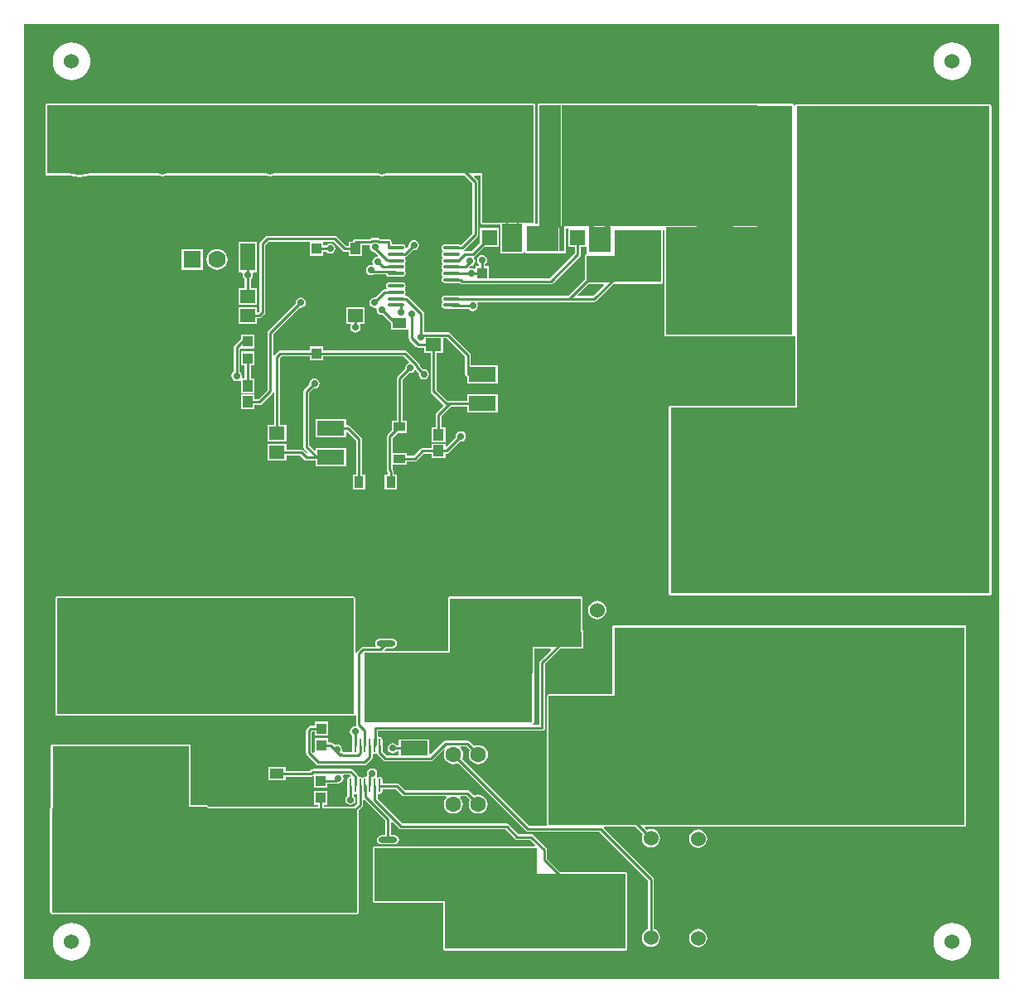
<source format=gtl>
G04 Layer_Physical_Order=1*
G04 Layer_Color=25308*
%FSLAX24Y24*%
%MOIN*%
G70*
G01*
G75*
%ADD10O,0.0669X0.0138*%
%ADD11R,0.1181X0.1654*%
%ADD12R,0.1260X0.0591*%
%ADD13R,0.1260X0.0591*%
%ADD14R,0.0400X0.0440*%
%ADD15R,0.0571X0.0413*%
%ADD16O,0.0748X0.0236*%
%ADD17R,0.1102X0.0591*%
%ADD18R,0.0480X0.0358*%
%ADD19R,0.0591X0.1102*%
%ADD20O,0.0098X0.0551*%
%ADD21R,0.1043X0.0512*%
%ADD22R,0.0413X0.0453*%
%ADD23R,0.0610X0.0532*%
%ADD24R,0.0358X0.0480*%
%ADD25C,0.0100*%
%ADD26R,1.4094X0.2776*%
%ADD27R,1.6722X0.5197*%
%ADD28R,0.5502X0.2648*%
%ADD29R,1.2274X0.4193*%
%ADD30R,0.7264X0.3041*%
%ADD31R,0.6526X0.2136*%
%ADD32R,0.3356X0.1073*%
%ADD33R,0.5285X0.1969*%
%ADD34R,0.6762X0.2795*%
%ADD35R,1.1929X0.4665*%
%ADD36R,1.8701X0.2756*%
%ADD37R,0.0787X0.1181*%
%ADD38R,0.2057X0.4724*%
%ADD39R,0.1307X0.1044*%
%ADD40R,0.0214X0.1046*%
%ADD41R,0.0896X0.4941*%
%ADD42R,0.3012X0.4892*%
%ADD43R,0.0905X0.1033*%
%ADD44R,0.4862X0.4892*%
%ADD45R,0.3671X0.4341*%
%ADD46R,0.1427X0.9222*%
%ADD47R,0.7766X0.9213*%
%ADD48R,0.7756X0.2923*%
%ADD49R,1.2844X0.7500*%
%ADD50R,0.1860X0.2116*%
%ADD51R,0.1132X0.1073*%
%ADD52R,1.7087X0.2008*%
%ADD53R,0.5118X1.4557*%
%ADD54R,1.7972X0.3543*%
%ADD55R,0.2894X1.1378*%
%ADD56C,0.1181*%
%ADD57R,0.0512X0.0512*%
%ADD58C,0.0512*%
%ADD59R,0.0512X0.0512*%
%ADD60C,0.1575*%
%ADD61C,0.0600*%
%ADD62C,0.0630*%
%ADD63R,0.0700X0.0700*%
%ADD64C,0.0700*%
%ADD65R,0.0591X0.0591*%
%ADD66C,0.0591*%
%ADD67R,0.0630X0.0630*%
%ADD68C,0.1500*%
%ADD69C,0.0660*%
%ADD70C,0.2362*%
%ADD71C,0.0197*%
%ADD72C,0.0276*%
G36*
X49144Y13454D02*
X9911D01*
Y51900D01*
X49144D01*
Y13454D01*
D02*
G37*
%LPC*%
G36*
X32959Y28677D02*
X32863Y28665D01*
X32774Y28628D01*
X32697Y28569D01*
X32638Y28492D01*
X32601Y28403D01*
X32589Y28307D01*
X32601Y28211D01*
X32638Y28122D01*
X32697Y28045D01*
X32774Y27987D01*
X32863Y27950D01*
X32959Y27937D01*
X33054Y27950D01*
X33144Y27987D01*
X33220Y28045D01*
X33279Y28122D01*
X33316Y28211D01*
X33329Y28307D01*
X33316Y28403D01*
X33279Y28492D01*
X33220Y28569D01*
X33144Y28628D01*
X33054Y28665D01*
X32959Y28677D01*
D02*
G37*
G36*
X32303Y28858D02*
X27018D01*
X26992Y28852D01*
X26969Y28838D01*
X26955Y28815D01*
X26949Y28789D01*
Y26821D01*
Y26663D01*
X24405D01*
X24385Y26709D01*
X24448Y26772D01*
X24724D01*
X24797Y26786D01*
X24858Y26827D01*
X24899Y26888D01*
X24913Y26961D01*
X24899Y27033D01*
X24858Y27094D01*
X24797Y27135D01*
X24724Y27149D01*
X24213D01*
X24140Y27135D01*
X24079Y27094D01*
X24038Y27033D01*
X24024Y26961D01*
X24038Y26888D01*
X24047Y26875D01*
X24024Y26831D01*
X23544D01*
X23498Y26822D01*
X23460Y26796D01*
X23292Y26628D01*
X23268Y26592D01*
X23264Y26591D01*
X23218Y26617D01*
Y28780D01*
X23213Y28806D01*
X23198Y28828D01*
X23176Y28843D01*
X23150Y28848D01*
X11220D01*
X11194Y28843D01*
X11172Y28828D01*
X11157Y28806D01*
X11152Y28780D01*
Y24114D01*
X11157Y24088D01*
X11172Y24066D01*
X11194Y24051D01*
X11220Y24046D01*
X23150D01*
X23176Y24051D01*
X23198Y24066D01*
X23207Y24079D01*
X23249Y24074D01*
X23257Y24071D01*
Y23691D01*
X23261Y23671D01*
X23222Y23628D01*
X23219Y23629D01*
X23139Y23613D01*
X23071Y23568D01*
X23026Y23500D01*
X23010Y23420D01*
X23026Y23340D01*
X23071Y23272D01*
X23099Y23253D01*
Y22864D01*
X23100Y22860D01*
Y22638D01*
X23059Y22589D01*
X22759D01*
X22750Y22599D01*
X22711Y22624D01*
X22710Y22625D01*
X22682Y22666D01*
X22689Y22700D01*
X22673Y22780D01*
X22628Y22848D01*
X22560Y22893D01*
X22480Y22909D01*
X22400Y22893D01*
X22380Y22880D01*
X22314Y22946D01*
X22276Y22972D01*
X22230Y22981D01*
X22117D01*
Y23148D01*
X21583D01*
Y22625D01*
Y22625D01*
Y22624D01*
Y22623D01*
X21534Y22574D01*
X21534Y22574D01*
X21515Y22574D01*
X21479Y22609D01*
Y23407D01*
X21489Y23417D01*
X21583D01*
Y23249D01*
X22117D01*
Y23823D01*
X21583D01*
Y23655D01*
X21440D01*
X21394Y23646D01*
X21356Y23620D01*
X21276Y23540D01*
X21250Y23502D01*
X21241Y23456D01*
Y22560D01*
X21250Y22514D01*
X21276Y22476D01*
X21652Y22100D01*
X21690Y22074D01*
X21736Y22065D01*
X23593D01*
X23639Y22074D01*
X23677Y22100D01*
X23893Y22316D01*
X23919Y22354D01*
X23928Y22400D01*
Y22494D01*
X23978Y22525D01*
X24006Y22519D01*
X24039Y22526D01*
X24093Y22514D01*
X24118Y22476D01*
X24348Y22246D01*
X24387Y22220D01*
X24433Y22211D01*
X26250D01*
X26296Y22220D01*
X26334Y22246D01*
X26811Y22722D01*
X26849Y22689D01*
X26844Y22683D01*
X26805Y22590D01*
X26792Y22490D01*
X26805Y22390D01*
X26844Y22298D01*
X26905Y22218D01*
X26985Y22157D01*
X27077Y22118D01*
X27177Y22105D01*
X27277Y22118D01*
X27350Y22148D01*
X30083Y19416D01*
X30122Y19390D01*
X30167Y19381D01*
X33041D01*
X34999Y17422D01*
Y15472D01*
X34933Y15445D01*
X34856Y15386D01*
X34798Y15309D01*
X34761Y15220D01*
X34748Y15124D01*
X34761Y15028D01*
X34798Y14939D01*
X34856Y14862D01*
X34933Y14804D01*
X35022Y14767D01*
X35118Y14754D01*
X35214Y14767D01*
X35303Y14804D01*
X35380Y14862D01*
X35439Y14939D01*
X35476Y15028D01*
X35488Y15124D01*
X35476Y15220D01*
X35439Y15309D01*
X35380Y15386D01*
X35303Y15445D01*
X35237Y15472D01*
Y17472D01*
X35228Y17517D01*
X35202Y17556D01*
X33221Y19537D01*
X33242Y19587D01*
X34486D01*
X34788Y19286D01*
X34761Y19220D01*
X34748Y19124D01*
X34761Y19028D01*
X34798Y18939D01*
X34856Y18862D01*
X34933Y18804D01*
X35022Y18767D01*
X35118Y18754D01*
X35214Y18767D01*
X35303Y18804D01*
X35380Y18862D01*
X35439Y18939D01*
X35476Y19028D01*
X35488Y19124D01*
X35476Y19220D01*
X35439Y19309D01*
X35380Y19386D01*
X35303Y19445D01*
X35214Y19482D01*
X35118Y19494D01*
X35022Y19482D01*
X34957Y19454D01*
X34870Y19541D01*
X34889Y19587D01*
X47736D01*
X47762Y19592D01*
X47784Y19607D01*
X47799Y19629D01*
X47804Y19656D01*
Y24852D01*
Y27628D01*
X47799Y27654D01*
X47784Y27676D01*
X47762Y27691D01*
X47736Y27696D01*
X33642D01*
X33616Y27691D01*
X33593Y27676D01*
X33579Y27654D01*
X33574Y27628D01*
Y24921D01*
X31014D01*
X30988Y24915D01*
X30966Y24901D01*
X30951Y24878D01*
X30946Y24852D01*
Y19656D01*
X30902Y19619D01*
X30217D01*
X27519Y22317D01*
X27549Y22390D01*
X27562Y22490D01*
X27549Y22590D01*
X27511Y22683D01*
X27451Y22761D01*
X27454Y22779D01*
X27464Y22811D01*
X27688D01*
X27835Y22663D01*
X27805Y22590D01*
X27792Y22490D01*
X27805Y22390D01*
X27844Y22298D01*
X27905Y22218D01*
X27985Y22157D01*
X28077Y22118D01*
X28177Y22105D01*
X28277Y22118D01*
X28370Y22157D01*
X28450Y22218D01*
X28511Y22298D01*
X28549Y22390D01*
X28562Y22490D01*
X28549Y22590D01*
X28511Y22683D01*
X28450Y22763D01*
X28370Y22824D01*
X28277Y22862D01*
X28177Y22875D01*
X28077Y22862D01*
X28004Y22832D01*
X27822Y23014D01*
X27783Y23040D01*
X27737Y23049D01*
X26850D01*
X26804Y23040D01*
X26766Y23014D01*
X26249Y22497D01*
X26199Y22518D01*
Y23108D01*
X24963D01*
Y22865D01*
X24897D01*
X24878Y22894D01*
X24810Y22939D01*
X24730Y22955D01*
X24650Y22939D01*
X24582Y22894D01*
X24537Y22826D01*
X24521Y22746D01*
X24537Y22666D01*
X24582Y22598D01*
X24650Y22553D01*
X24730Y22537D01*
X24810Y22553D01*
X24878Y22598D01*
X24897Y22627D01*
X24963D01*
Y22449D01*
X24482D01*
X24322Y22609D01*
Y22864D01*
X24321Y22868D01*
Y23091D01*
X24312Y23136D01*
X24286Y23174D01*
X24248Y23200D01*
X24203Y23209D01*
X24195Y23207D01*
X24145Y23247D01*
Y23444D01*
X30738D01*
X30784Y23453D01*
X30822Y23479D01*
X30848Y23517D01*
X30857Y23563D01*
Y26132D01*
X31478Y26753D01*
X32303D01*
X32329Y26758D01*
X32338Y26764D01*
X32380D01*
Y27488D01*
X32371D01*
Y28789D01*
X32366Y28815D01*
X32351Y28838D01*
X32329Y28852D01*
X32303Y28858D01*
D02*
G37*
G36*
X22862Y35992D02*
X21626D01*
Y35268D01*
X22862D01*
Y35448D01*
X22912Y35469D01*
X23253Y35129D01*
Y33772D01*
X23126D01*
Y33157D01*
X23618D01*
Y33772D01*
X23491D01*
Y35178D01*
X23482Y35224D01*
X23456Y35262D01*
X23004Y35714D01*
X22966Y35740D01*
X22920Y35749D01*
X22862D01*
Y35992D01*
D02*
G37*
G36*
X21580Y37629D02*
X21500Y37613D01*
X21432Y37568D01*
X21387Y37500D01*
X21371Y37420D01*
X21378Y37387D01*
X21176Y37184D01*
X21150Y37145D01*
X21141Y37100D01*
Y34869D01*
X21150Y34823D01*
X21176Y34785D01*
X21312Y34648D01*
X21295Y34594D01*
X21282Y34592D01*
X21134Y34740D01*
X21096Y34766D01*
X21050Y34775D01*
X20451D01*
Y34988D01*
X19707D01*
Y34323D01*
X20451D01*
Y34536D01*
X21001D01*
X21172Y34365D01*
X21211Y34339D01*
X21257Y34330D01*
X21626D01*
Y34087D01*
X22862D01*
Y34811D01*
X21626D01*
Y34737D01*
X21580Y34718D01*
X21379Y34918D01*
Y37050D01*
X21547Y37218D01*
X21580Y37211D01*
X21660Y37227D01*
X21728Y37272D01*
X21773Y37340D01*
X21789Y37420D01*
X21773Y37500D01*
X21728Y37568D01*
X21660Y37613D01*
X21580Y37629D01*
D02*
G37*
G36*
X19165Y39404D02*
X18631D01*
Y39220D01*
X18603Y39201D01*
X18366Y38964D01*
X18340Y38926D01*
X18331Y38880D01*
Y37897D01*
X18302Y37878D01*
X18257Y37810D01*
X18241Y37730D01*
X18257Y37650D01*
X18302Y37582D01*
X18370Y37537D01*
X18450Y37521D01*
X18530Y37537D01*
X18574Y37567D01*
X18624Y37540D01*
Y37039D01*
X19171D01*
Y37626D01*
X19017D01*
Y38155D01*
X19165D01*
Y38729D01*
X18631D01*
Y38155D01*
X18778D01*
Y37626D01*
X18682D01*
X18648Y37676D01*
X18659Y37730D01*
X18643Y37810D01*
X18598Y37878D01*
X18569Y37897D01*
Y38801D01*
X18586Y38813D01*
X18631Y38830D01*
Y38830D01*
X18631Y38830D01*
X19165D01*
Y39404D01*
D02*
G37*
G36*
X47244Y15720D02*
X47096Y15706D01*
X46953Y15662D01*
X46822Y15592D01*
X46707Y15498D01*
X46613Y15383D01*
X46542Y15251D01*
X46499Y15109D01*
X46485Y14961D01*
X46499Y14812D01*
X46542Y14670D01*
X46613Y14539D01*
X46707Y14424D01*
X46822Y14329D01*
X46953Y14259D01*
X47096Y14216D01*
X47244Y14201D01*
X47392Y14216D01*
X47535Y14259D01*
X47666Y14329D01*
X47781Y14424D01*
X47876Y14539D01*
X47946Y14670D01*
X47989Y14812D01*
X48004Y14961D01*
X47989Y15109D01*
X47946Y15251D01*
X47876Y15383D01*
X47781Y15498D01*
X47666Y15592D01*
X47535Y15662D01*
X47392Y15706D01*
X47244Y15720D01*
D02*
G37*
G36*
X11811D02*
X11663Y15706D01*
X11520Y15662D01*
X11389Y15592D01*
X11274Y15498D01*
X11179Y15383D01*
X11109Y15251D01*
X11066Y15109D01*
X11051Y14961D01*
X11066Y14812D01*
X11109Y14670D01*
X11179Y14539D01*
X11274Y14424D01*
X11389Y14329D01*
X11520Y14259D01*
X11663Y14216D01*
X11811Y14201D01*
X11959Y14216D01*
X12102Y14259D01*
X12233Y14329D01*
X12348Y14424D01*
X12443Y14539D01*
X12513Y14670D01*
X12556Y14812D01*
X12571Y14961D01*
X12556Y15109D01*
X12513Y15251D01*
X12443Y15383D01*
X12348Y15498D01*
X12233Y15592D01*
X12102Y15662D01*
X11959Y15706D01*
X11811Y15720D01*
D02*
G37*
G36*
X37018Y15478D02*
X36922Y15466D01*
X36833Y15429D01*
X36756Y15370D01*
X36697Y15293D01*
X36660Y15204D01*
X36648Y15108D01*
X36660Y15012D01*
X36697Y14923D01*
X36756Y14847D01*
X36833Y14788D01*
X36922Y14751D01*
X37018Y14738D01*
X37114Y14751D01*
X37203Y14788D01*
X37279Y14847D01*
X37338Y14923D01*
X37375Y15012D01*
X37388Y15108D01*
X37375Y15204D01*
X37338Y15293D01*
X37279Y15370D01*
X37203Y15429D01*
X37114Y15466D01*
X37018Y15478D01*
D02*
G37*
G36*
X16535Y22903D02*
X11033D01*
X11007Y22898D01*
X10985Y22883D01*
X10970Y22861D01*
X10965Y22835D01*
Y20382D01*
X10951Y20361D01*
X10946Y20335D01*
Y16142D01*
X10951Y16116D01*
X10966Y16093D01*
X10988Y16079D01*
X11014Y16073D01*
X23287D01*
X23314Y16079D01*
X23336Y16093D01*
X23350Y16116D01*
X23356Y16142D01*
Y20234D01*
X23500Y20378D01*
X23526Y20417D01*
X23535Y20463D01*
Y20655D01*
X23585Y20676D01*
X24418Y19842D01*
Y19256D01*
X24281D01*
X24209Y19241D01*
X24148Y19200D01*
X24107Y19139D01*
X24093Y19067D01*
X24107Y18995D01*
X24148Y18934D01*
X24209Y18893D01*
X24281Y18878D01*
X24793D01*
X24866Y18893D01*
X24927Y18934D01*
X24968Y18995D01*
X24982Y19067D01*
X24968Y19139D01*
X24927Y19200D01*
X24866Y19241D01*
X24793Y19256D01*
X24657D01*
Y19775D01*
X24703Y19794D01*
X24985Y19512D01*
X25004Y19499D01*
X25023Y19486D01*
X25023D01*
X25023Y19486D01*
X25058Y19479D01*
X25069Y19477D01*
X29271D01*
X29660Y19089D01*
X29698Y19063D01*
X29744Y19054D01*
X30256D01*
X30455Y18855D01*
X30436Y18808D01*
X24006D01*
X23980Y18803D01*
X23958Y18788D01*
X23943Y18766D01*
X23938Y18740D01*
Y16604D01*
X23943Y16578D01*
X23958Y16556D01*
X23980Y16541D01*
X24006Y16536D01*
X26762D01*
Y14665D01*
X26768Y14639D01*
X26782Y14617D01*
X26805Y14602D01*
X26831Y14597D01*
X34094D01*
X34121Y14602D01*
X34143Y14617D01*
X34158Y14639D01*
X34163Y14665D01*
Y17707D01*
X34158Y17733D01*
X34143Y17755D01*
X34121Y17770D01*
X34094Y17775D01*
X31468D01*
X30936Y18307D01*
Y18661D01*
X30927Y18707D01*
X30901Y18746D01*
X30389Y19258D01*
X30351Y19283D01*
X30305Y19292D01*
X29793D01*
X29405Y19681D01*
X29366Y19707D01*
X29321Y19716D01*
X25118D01*
X24125Y20709D01*
Y20880D01*
X24175Y20911D01*
X24203Y20905D01*
X24248Y20914D01*
X24286Y20940D01*
X24312Y20978D01*
X24321Y21024D01*
Y21101D01*
X24851D01*
X25096Y20856D01*
X25134Y20830D01*
X25180Y20821D01*
X26879D01*
X26888Y20796D01*
X26892Y20771D01*
X26834Y20695D01*
X26795Y20602D01*
X26782Y20502D01*
X26795Y20402D01*
X26834Y20309D01*
X26895Y20230D01*
X26975Y20168D01*
X27068Y20130D01*
X27167Y20117D01*
X27267Y20130D01*
X27360Y20168D01*
X27440Y20230D01*
X27501Y20309D01*
X27539Y20402D01*
X27552Y20502D01*
X27539Y20602D01*
X27501Y20695D01*
X27442Y20771D01*
X27447Y20796D01*
X27455Y20821D01*
X27680D01*
X27826Y20675D01*
X27795Y20602D01*
X27782Y20502D01*
X27795Y20402D01*
X27834Y20309D01*
X27895Y20230D01*
X27975Y20168D01*
X28068Y20130D01*
X28167Y20117D01*
X28267Y20130D01*
X28360Y20168D01*
X28440Y20230D01*
X28501Y20309D01*
X28539Y20402D01*
X28552Y20502D01*
X28539Y20602D01*
X28501Y20695D01*
X28440Y20774D01*
X28360Y20836D01*
X28267Y20874D01*
X28167Y20887D01*
X28068Y20874D01*
X27994Y20844D01*
X27814Y21024D01*
X27775Y21050D01*
X27729Y21059D01*
X25229D01*
X24984Y21304D01*
X24946Y21330D01*
X24900Y21339D01*
X24321D01*
Y21476D01*
X24312Y21522D01*
X24286Y21560D01*
X24248Y21586D01*
X24203Y21595D01*
X24157Y21586D01*
X24140Y21574D01*
X24136Y21573D01*
X24106Y21591D01*
X24093Y21650D01*
X24109Y21730D01*
X24093Y21810D01*
X24048Y21878D01*
X23980Y21923D01*
X23900Y21939D01*
X23820Y21923D01*
X23752Y21878D01*
X23707Y21810D01*
X23691Y21730D01*
X23700Y21686D01*
X23699Y21685D01*
X23690Y21639D01*
Y21620D01*
X23640Y21589D01*
X23612Y21595D01*
X23567Y21586D01*
X23550Y21574D01*
X23514Y21564D01*
X23478Y21574D01*
X23461Y21586D01*
X23415Y21595D01*
X23388Y21589D01*
X23346Y21613D01*
X23337Y21624D01*
X23329Y21663D01*
X23303Y21702D01*
X23124Y21881D01*
X23086Y21906D01*
X23040Y21915D01*
X21526D01*
X21481Y21906D01*
X21442Y21881D01*
X21403Y21842D01*
X20421D01*
Y21996D01*
X19717D01*
Y21449D01*
X20421D01*
Y21603D01*
X21452D01*
X21498Y21612D01*
X21524Y21629D01*
X21574Y21610D01*
Y21143D01*
X22107D01*
Y21311D01*
X22430D01*
X22475Y21320D01*
X22504Y21339D01*
X22540Y21331D01*
X22620Y21347D01*
X22688Y21392D01*
X22733Y21460D01*
X22749Y21540D01*
X22733Y21620D01*
X22724Y21633D01*
X22748Y21677D01*
X22991D01*
X23025Y21643D01*
X23025Y21636D01*
X23005Y21592D01*
X22976Y21586D01*
X22938Y21560D01*
X22912Y21522D01*
X22903Y21476D01*
Y21024D01*
X22912Y20978D01*
X22912Y20978D01*
Y20836D01*
X22884Y20817D01*
X22839Y20749D01*
X22823Y20669D01*
X22839Y20589D01*
X22884Y20522D01*
X22952Y20476D01*
X23031Y20461D01*
X23111Y20476D01*
X23179Y20522D01*
X23224Y20589D01*
X23240Y20669D01*
X23224Y20749D01*
X23179Y20817D01*
X23161Y20829D01*
X23161Y20881D01*
X23201Y20909D01*
X23219Y20905D01*
X23246Y20911D01*
X23296Y20880D01*
Y20512D01*
X23187Y20403D01*
X21960D01*
Y20468D01*
X22107D01*
Y21042D01*
X21574D01*
Y20468D01*
X21721D01*
Y20403D01*
X17322D01*
X17304Y20429D01*
X17266Y20455D01*
X17220Y20464D01*
X16604D01*
Y22835D01*
X16598Y22861D01*
X16584Y22883D01*
X16562Y22898D01*
X16535Y22903D01*
D02*
G37*
G36*
X37018Y19478D02*
X36922Y19466D01*
X36833Y19429D01*
X36756Y19370D01*
X36697Y19293D01*
X36660Y19204D01*
X36648Y19108D01*
X36660Y19012D01*
X36697Y18923D01*
X36756Y18847D01*
X36833Y18788D01*
X36922Y18751D01*
X37018Y18738D01*
X37114Y18751D01*
X37203Y18788D01*
X37279Y18847D01*
X37338Y18923D01*
X37375Y19012D01*
X37388Y19108D01*
X37375Y19204D01*
X37338Y19293D01*
X37279Y19370D01*
X37203Y19429D01*
X37114Y19466D01*
X37018Y19478D01*
D02*
G37*
G36*
X23600Y40500D02*
X22856D01*
Y39835D01*
X23025D01*
X23052Y39785D01*
X23035Y39760D01*
X23020Y39680D01*
X23035Y39600D01*
X23081Y39532D01*
X23148Y39487D01*
X23228Y39471D01*
X23308Y39487D01*
X23376Y39532D01*
X23421Y39600D01*
X23437Y39680D01*
X23421Y39760D01*
X23405Y39785D01*
X23431Y39835D01*
X23600D01*
Y40500D01*
D02*
G37*
G36*
X17663Y42838D02*
X17555Y42824D01*
X17453Y42782D01*
X17366Y42715D01*
X17299Y42628D01*
X17257Y42526D01*
X17243Y42417D01*
X17257Y42308D01*
X17299Y42207D01*
X17366Y42120D01*
X17453Y42053D01*
X17555Y42011D01*
X17663Y41997D01*
X17772Y42011D01*
X17874Y42053D01*
X17961Y42120D01*
X18028Y42207D01*
X18070Y42308D01*
X18084Y42417D01*
X18070Y42526D01*
X18028Y42628D01*
X17961Y42715D01*
X17874Y42782D01*
X17772Y42824D01*
X17663Y42838D01*
D02*
G37*
G36*
X39390Y48690D02*
X30620D01*
X30594Y48685D01*
X30572Y48670D01*
X30557Y48648D01*
X30552Y48622D01*
Y43846D01*
X30502Y43840D01*
X30494Y43847D01*
X30470Y43888D01*
X30472Y43898D01*
Y48622D01*
X30467Y48648D01*
X30452Y48670D01*
X30430Y48685D01*
X30404Y48690D01*
X10827D01*
X10801Y48685D01*
X10779Y48670D01*
X10764Y48648D01*
X10759Y48622D01*
Y45866D01*
X10764Y45840D01*
X10779Y45818D01*
X10801Y45803D01*
X10827Y45798D01*
X11738D01*
X11739Y45798D01*
X11930Y45752D01*
X12126Y45736D01*
X12322Y45752D01*
X12513Y45798D01*
X12514Y45798D01*
X15312D01*
X15349Y45783D01*
X15453Y45769D01*
X15556Y45783D01*
X15593Y45798D01*
X19643D01*
X19680Y45783D01*
X19783Y45769D01*
X19887Y45783D01*
X19924Y45798D01*
X24170D01*
X24207Y45783D01*
X24311Y45769D01*
X24415Y45783D01*
X24452Y45798D01*
X27624D01*
X27941Y45481D01*
Y43473D01*
X27471Y43003D01*
X27428D01*
X27415Y43012D01*
X27362Y43022D01*
X26831D01*
X26778Y43012D01*
X26733Y42982D01*
X26703Y42937D01*
X26692Y42884D01*
X26703Y42831D01*
X26733Y42786D01*
Y42726D01*
X26703Y42681D01*
X26692Y42628D01*
X26703Y42575D01*
X26733Y42530D01*
Y42470D01*
X26703Y42425D01*
X26692Y42372D01*
X26703Y42319D01*
X26733Y42274D01*
Y42214D01*
X26703Y42169D01*
X26692Y42116D01*
X26703Y42063D01*
X26733Y42018D01*
Y41958D01*
X26703Y41913D01*
X26692Y41860D01*
X26703Y41807D01*
X26733Y41762D01*
Y41702D01*
X26703Y41657D01*
X26692Y41604D01*
X26703Y41551D01*
X26733Y41506D01*
X26778Y41476D01*
X26831Y41466D01*
X27362D01*
X27415Y41476D01*
X27424Y41482D01*
X27454Y41452D01*
X27493Y41426D01*
X27539Y41417D01*
X31096D01*
X31141Y41426D01*
X31180Y41452D01*
X32256Y42527D01*
X32281Y42566D01*
X32290Y42611D01*
Y42925D01*
X32526D01*
Y42724D01*
X32531Y42698D01*
X32539Y42687D01*
X32539Y42678D01*
X32531Y42650D01*
X32520Y42633D01*
X32513Y42632D01*
X32491Y42617D01*
X32476Y42595D01*
X32471Y42569D01*
Y41630D01*
X31797Y40956D01*
X27428D01*
X27415Y40965D01*
X27362Y40975D01*
X26831D01*
X26778Y40965D01*
X26733Y40935D01*
X26703Y40890D01*
X26692Y40837D01*
X26703Y40784D01*
X26733Y40739D01*
Y40679D01*
X26703Y40634D01*
X26692Y40581D01*
X26703Y40528D01*
X26733Y40483D01*
X26778Y40453D01*
X26831Y40442D01*
X27079D01*
X27080Y40441D01*
X27126Y40432D01*
X27786D01*
X27805Y40404D01*
X27873Y40358D01*
X27953Y40342D01*
X28033Y40358D01*
X28100Y40404D01*
X28146Y40471D01*
X28161Y40551D01*
X28146Y40631D01*
X28127Y40659D01*
X28154Y40709D01*
X32846D01*
X32891Y40718D01*
X32930Y40744D01*
X33614Y41428D01*
X33671D01*
X33697Y41433D01*
X33704Y41438D01*
X35522D01*
X35548Y41443D01*
X35570Y41458D01*
X35585Y41480D01*
X35590Y41506D01*
Y43582D01*
X35640Y43615D01*
X35650Y43611D01*
Y39390D01*
X35655Y39364D01*
X35670Y39342D01*
X35692Y39327D01*
X35719Y39322D01*
X40817D01*
X40843Y39327D01*
X40865Y39342D01*
X40915Y39329D01*
X40926Y39317D01*
Y36535D01*
X35906D01*
X35879Y36530D01*
X35857Y36515D01*
X35842Y36493D01*
X35837Y36467D01*
Y28967D01*
X35842Y28940D01*
X35857Y28918D01*
X35879Y28903D01*
X35906Y28898D01*
X48750D01*
X48776Y28903D01*
X48798Y28918D01*
X48813Y28940D01*
X48818Y28967D01*
Y36467D01*
Y39390D01*
Y48602D01*
X48813Y48628D01*
X48798Y48651D01*
X48776Y48665D01*
X48750Y48671D01*
X40984D01*
X40958Y48665D01*
X40936Y48651D01*
X40930Y48642D01*
X40903Y48640D01*
X40881Y48642D01*
X40876Y48644D01*
X40865Y48660D01*
X40843Y48675D01*
X40817Y48680D01*
X39423D01*
X39416Y48685D01*
X39390Y48690D01*
D02*
G37*
G36*
X22400Y43369D02*
X19680D01*
X19634Y43360D01*
X19596Y43334D01*
X19396Y43134D01*
X19370Y43096D01*
X19361Y43050D01*
Y40337D01*
X19320Y40296D01*
X19270Y40308D01*
Y40500D01*
X18526D01*
Y39835D01*
X19270D01*
Y40048D01*
X19360D01*
X19406Y40057D01*
X19444Y40083D01*
X19564Y40203D01*
X19590Y40242D01*
X19599Y40287D01*
Y43001D01*
X19729Y43131D01*
X21387D01*
Y42570D01*
X21920D01*
Y42738D01*
X22053D01*
X22072Y42709D01*
X22140Y42664D01*
X22220Y42648D01*
X22300Y42664D01*
X22368Y42709D01*
X22413Y42777D01*
X22429Y42857D01*
X22413Y42937D01*
X22368Y43005D01*
X22300Y43050D01*
X22220Y43066D01*
X22140Y43050D01*
X22072Y43005D01*
X22053Y42976D01*
X21920D01*
Y43131D01*
X22351D01*
X22721Y42760D01*
X22760Y42734D01*
X22806Y42725D01*
X22955D01*
Y42551D01*
X23502D01*
Y42991D01*
X23783D01*
X23815Y42952D01*
X23807Y42913D01*
X23823Y42834D01*
X23868Y42766D01*
X23936Y42721D01*
X24016Y42705D01*
X24017Y42705D01*
X24145Y42576D01*
X24120Y42530D01*
X24114Y42532D01*
X24034Y42516D01*
X23967Y42470D01*
X23921Y42403D01*
X23905Y42323D01*
X23921Y42243D01*
X23928Y42233D01*
X23898Y42188D01*
X23859Y42196D01*
X23780Y42180D01*
X23712Y42135D01*
X23667Y42067D01*
X23651Y41987D01*
X23667Y41907D01*
X23712Y41839D01*
X23780Y41794D01*
X23859Y41778D01*
X23939Y41794D01*
X23965Y41811D01*
X24458D01*
X24459Y41807D01*
X24489Y41762D01*
X24534Y41732D01*
X24587Y41722D01*
X25118D01*
X25171Y41732D01*
X25216Y41762D01*
X25246Y41807D01*
X25257Y41860D01*
X25246Y41913D01*
X25216Y41958D01*
Y42018D01*
X25246Y42063D01*
X25257Y42116D01*
X25246Y42169D01*
X25216Y42214D01*
Y42274D01*
X25246Y42319D01*
X25257Y42372D01*
X25246Y42425D01*
X25222Y42461D01*
X25222Y42461D01*
X25232Y42497D01*
X25241Y42513D01*
X25264Y42518D01*
X25302Y42544D01*
X25547Y42788D01*
X25580Y42781D01*
X25660Y42797D01*
X25728Y42842D01*
X25773Y42910D01*
X25789Y42990D01*
X25773Y43070D01*
X25728Y43138D01*
X25660Y43183D01*
X25580Y43199D01*
X25500Y43183D01*
X25432Y43138D01*
X25387Y43070D01*
X25371Y42990D01*
X25378Y42957D01*
X25304Y42883D01*
X25302Y42883D01*
X25253Y42902D01*
X25246Y42937D01*
X25216Y42982D01*
X25171Y43012D01*
X25118Y43022D01*
X24684D01*
Y43110D01*
X24675Y43156D01*
X24649Y43195D01*
X24610Y43220D01*
X24565Y43229D01*
X24229D01*
X24206Y43252D01*
X24167Y43278D01*
X24121Y43287D01*
X23910D01*
X23865Y43278D01*
X23826Y43252D01*
X23803Y43229D01*
X23228D01*
X23183Y43220D01*
X23144Y43195D01*
X23118Y43156D01*
X23115Y43138D01*
X22955D01*
Y42964D01*
X22855D01*
X22484Y43334D01*
X22446Y43360D01*
X22400Y43369D01*
D02*
G37*
G36*
X17080Y42834D02*
X16246D01*
Y42000D01*
X17080D01*
Y42834D01*
D02*
G37*
G36*
X11811Y51153D02*
X11663Y51139D01*
X11520Y51095D01*
X11389Y51025D01*
X11274Y50931D01*
X11179Y50816D01*
X11109Y50684D01*
X11066Y50542D01*
X11051Y50394D01*
X11066Y50246D01*
X11109Y50103D01*
X11179Y49972D01*
X11274Y49857D01*
X11389Y49762D01*
X11520Y49692D01*
X11663Y49649D01*
X11811Y49634D01*
X11959Y49649D01*
X12102Y49692D01*
X12233Y49762D01*
X12348Y49857D01*
X12443Y49972D01*
X12513Y50103D01*
X12556Y50246D01*
X12571Y50394D01*
X12556Y50542D01*
X12513Y50684D01*
X12443Y50816D01*
X12348Y50931D01*
X12233Y51025D01*
X12102Y51095D01*
X11959Y51139D01*
X11811Y51153D01*
D02*
G37*
G36*
X19260Y43138D02*
X18535D01*
Y41902D01*
X18666D01*
X18702Y41852D01*
X18691Y41800D01*
X18707Y41720D01*
X18752Y41652D01*
X18778Y41635D01*
Y41268D01*
X18526D01*
Y40602D01*
X19270D01*
Y41268D01*
X19017D01*
Y41632D01*
X19048Y41652D01*
X19093Y41720D01*
X19109Y41800D01*
X19098Y41852D01*
X19134Y41902D01*
X19260D01*
Y43138D01*
D02*
G37*
G36*
X21030Y40889D02*
X20950Y40873D01*
X20882Y40828D01*
X20837Y40760D01*
X20821Y40680D01*
X20828Y40647D01*
X19726Y39544D01*
X19700Y39506D01*
X19691Y39460D01*
Y37169D01*
X19324Y36802D01*
X19171D01*
Y36976D01*
X18624D01*
Y36390D01*
X19171D01*
Y36564D01*
X19373D01*
X19419Y36573D01*
X19457Y36599D01*
X19894Y37036D01*
X19910Y37058D01*
X19960Y37043D01*
Y35756D01*
X19707D01*
Y35091D01*
X20451D01*
Y35756D01*
X20198D01*
Y38458D01*
X20259Y38520D01*
X21387D01*
Y38352D01*
X21920D01*
Y38520D01*
X25172D01*
X25388Y38303D01*
X25374Y38256D01*
X25360Y38253D01*
X25292Y38208D01*
X25247Y38140D01*
X25231Y38060D01*
X25238Y38027D01*
X24916Y37704D01*
X24890Y37666D01*
X24881Y37620D01*
Y35929D01*
X24693D01*
Y35545D01*
X24516Y35367D01*
X24490Y35329D01*
X24481Y35283D01*
Y33950D01*
X24490Y33904D01*
X24516Y33866D01*
X24540Y33841D01*
Y33772D01*
X24413D01*
Y33157D01*
X24906D01*
Y33772D01*
X24779D01*
Y33891D01*
X24770Y33936D01*
X24744Y33975D01*
X24719Y33999D01*
Y34150D01*
X25307D01*
Y34276D01*
X25620D01*
X25666Y34286D01*
X25704Y34311D01*
X25988Y34595D01*
X26301D01*
Y34421D01*
X26848D01*
Y34595D01*
X26885D01*
X26930Y34604D01*
X26969Y34630D01*
X27437Y35098D01*
X27470Y35091D01*
X27550Y35107D01*
X27618Y35152D01*
X27663Y35220D01*
X27679Y35300D01*
X27663Y35380D01*
X27618Y35448D01*
X27550Y35493D01*
X27470Y35509D01*
X27390Y35493D01*
X27322Y35448D01*
X27277Y35380D01*
X27261Y35300D01*
X27268Y35267D01*
X26895Y34893D01*
X26848Y34912D01*
Y35008D01*
X26301D01*
Y34834D01*
X25939D01*
X25893Y34825D01*
X25855Y34799D01*
X25571Y34515D01*
X25307D01*
Y34642D01*
X24719D01*
Y35234D01*
X24923Y35437D01*
X25307D01*
Y35929D01*
X25119D01*
Y37571D01*
X25407Y37858D01*
X25440Y37851D01*
X25520Y37867D01*
X25588Y37912D01*
X25610Y37946D01*
X25660Y37951D01*
X25782Y37829D01*
X25776Y37795D01*
X25791Y37715D01*
X25837Y37648D01*
X25904Y37602D01*
X25984Y37587D01*
X26064Y37602D01*
X26132Y37648D01*
X26177Y37715D01*
X26193Y37795D01*
X26177Y37875D01*
X26132Y37943D01*
X26064Y37988D01*
X25984Y38004D01*
X25951Y37997D01*
X25814Y38134D01*
Y38166D01*
X25805Y38211D01*
X25779Y38250D01*
X25305Y38723D01*
X25267Y38749D01*
X25221Y38758D01*
X21920D01*
Y38926D01*
X21387D01*
Y38758D01*
X20210D01*
X20164Y38749D01*
X20126Y38723D01*
X19994Y38592D01*
X19979Y38569D01*
X19929Y38584D01*
Y39411D01*
X20997Y40478D01*
X21030Y40471D01*
X21110Y40487D01*
X21178Y40532D01*
X21223Y40600D01*
X21239Y40680D01*
X21223Y40760D01*
X21178Y40828D01*
X21110Y40873D01*
X21030Y40889D01*
D02*
G37*
G36*
X47244Y51153D02*
X47096Y51139D01*
X46953Y51095D01*
X46822Y51025D01*
X46707Y50931D01*
X46613Y50816D01*
X46542Y50684D01*
X46499Y50542D01*
X46485Y50394D01*
X46499Y50246D01*
X46542Y50103D01*
X46613Y49972D01*
X46707Y49857D01*
X46822Y49762D01*
X46953Y49692D01*
X47096Y49649D01*
X47244Y49634D01*
X47392Y49649D01*
X47535Y49692D01*
X47666Y49762D01*
X47781Y49857D01*
X47876Y49972D01*
X47946Y50103D01*
X47989Y50246D01*
X48004Y50394D01*
X47989Y50542D01*
X47946Y50684D01*
X47876Y50816D01*
X47781Y50931D01*
X47666Y51025D01*
X47535Y51095D01*
X47392Y51139D01*
X47244Y51153D01*
D02*
G37*
G36*
X25118Y41487D02*
X24587D01*
X24534Y41476D01*
X24489Y41446D01*
X24459Y41401D01*
X24448Y41348D01*
X24459Y41295D01*
X24481Y41262D01*
X24467Y41223D01*
X24459Y41212D01*
X24413D01*
X24367Y41203D01*
X24328Y41177D01*
X24033Y40882D01*
X24000Y40889D01*
X23920Y40873D01*
X23852Y40828D01*
X23807Y40760D01*
X23791Y40680D01*
X23807Y40600D01*
X23852Y40532D01*
X23920Y40487D01*
X24000Y40471D01*
X24038Y40479D01*
X24080Y40436D01*
X24071Y40390D01*
X24087Y40310D01*
X24132Y40242D01*
X24200Y40197D01*
X24280Y40181D01*
X24313Y40188D01*
X24648Y39854D01*
Y39579D01*
X25352D01*
X25371Y39536D01*
Y39256D01*
X25380Y39211D01*
X25406Y39172D01*
X25676Y38902D01*
X25714Y38876D01*
X25760Y38867D01*
X26006D01*
Y38654D01*
X26259D01*
Y37116D01*
X26268Y37071D01*
X26294Y37032D01*
X26786Y36540D01*
X26490Y36244D01*
X26465Y36206D01*
X26456Y36160D01*
Y35657D01*
X26301D01*
Y35071D01*
X26848D01*
Y35657D01*
X26694D01*
Y36111D01*
X27078Y36495D01*
X27728D01*
Y36252D01*
X28965D01*
Y36976D01*
X27728D01*
Y36733D01*
X26929D01*
X26497Y37166D01*
Y38654D01*
X26750D01*
Y39251D01*
X26901D01*
X27641Y38511D01*
Y37795D01*
X27650Y37750D01*
X27676Y37711D01*
X27714Y37685D01*
X27728Y37682D01*
Y37433D01*
X28965D01*
Y38157D01*
X27879D01*
Y38560D01*
X27870Y38606D01*
X27844Y38644D01*
X27034Y39454D01*
X26996Y39480D01*
X26950Y39489D01*
X25989D01*
Y40227D01*
X25980Y40272D01*
X25954Y40311D01*
X25344Y40921D01*
X25306Y40947D01*
X25260Y40956D01*
X25246D01*
X25237Y40967D01*
X25224Y41006D01*
X25246Y41040D01*
X25257Y41093D01*
X25246Y41146D01*
X25216Y41190D01*
Y41251D01*
X25246Y41295D01*
X25257Y41348D01*
X25246Y41401D01*
X25216Y41446D01*
X25171Y41476D01*
X25118Y41487D01*
D02*
G37*
%LPD*%
G36*
X33231Y41382D02*
X32796Y40947D01*
X32191D01*
X32172Y40994D01*
X32606Y41428D01*
X33212D01*
X33231Y41382D01*
D02*
G37*
G36*
X28278Y43898D02*
X28283Y43872D01*
X28298Y43849D01*
X28320Y43835D01*
X28346Y43829D01*
X29066D01*
Y42717D01*
X29071Y42690D01*
X29086Y42668D01*
X29108Y42653D01*
X29134Y42648D01*
X29921D01*
X29947Y42653D01*
X29970Y42668D01*
X29984Y42690D01*
X29990Y42717D01*
X30038Y42714D01*
X30041Y42699D01*
X30056Y42677D01*
X30078Y42662D01*
X30104Y42657D01*
X31401D01*
X31411Y42655D01*
X31625D01*
X31651Y42660D01*
X31673Y42675D01*
X31688Y42697D01*
X31693Y42723D01*
Y43662D01*
X31789D01*
Y42925D01*
X32052D01*
Y42661D01*
X31046Y41655D01*
X28594D01*
Y42160D01*
X28446D01*
Y42223D01*
X28474Y42242D01*
X28520Y42310D01*
X28536Y42390D01*
X28520Y42470D01*
X28474Y42538D01*
X28407Y42583D01*
X28327Y42599D01*
X28247Y42583D01*
X28179Y42538D01*
X28134Y42470D01*
X28118Y42390D01*
X28134Y42310D01*
X28179Y42242D01*
X28208Y42223D01*
Y42160D01*
X28060D01*
Y42066D01*
X28010Y42040D01*
X27990Y42053D01*
X27910Y42069D01*
X27830Y42053D01*
X27818Y42045D01*
X27787Y42084D01*
X27855Y42152D01*
X27922Y42165D01*
X27989Y42211D01*
X28035Y42278D01*
X28050Y42358D01*
X28035Y42438D01*
X28010Y42475D01*
X28002Y42518D01*
X28023Y42539D01*
X28039Y42550D01*
X28415Y42925D01*
X29010D01*
Y43689D01*
X28246D01*
Y43094D01*
X27905Y42753D01*
X27631D01*
X27622Y42751D01*
X27603Y42798D01*
X27604Y42800D01*
X28144Y43340D01*
X28170Y43378D01*
X28179Y43424D01*
Y45530D01*
X28170Y45576D01*
X28144Y45614D01*
X28007Y45752D01*
X28026Y45798D01*
X28278D01*
Y43898D01*
D02*
G37*
G36*
X31095Y26706D02*
X30654Y26265D01*
Y26265D01*
X30654D01*
X30628Y26227D01*
X30619Y26181D01*
Y26181D01*
Y23682D01*
X30366D01*
X30361Y23732D01*
X30380Y23736D01*
X30403Y23751D01*
X30417Y23773D01*
X30423Y23799D01*
Y25700D01*
X30437Y25722D01*
X30442Y25748D01*
Y26753D01*
X31076D01*
X31095Y26706D01*
D02*
G37*
D10*
X27096Y40581D02*
D03*
Y40837D02*
D03*
Y41093D02*
D03*
Y41348D02*
D03*
Y41604D02*
D03*
Y41860D02*
D03*
Y42116D02*
D03*
Y42372D02*
D03*
Y42628D02*
D03*
Y42884D02*
D03*
X24852Y40581D02*
D03*
Y40837D02*
D03*
Y41093D02*
D03*
Y41348D02*
D03*
Y41604D02*
D03*
Y41860D02*
D03*
Y42116D02*
D03*
Y42372D02*
D03*
Y42628D02*
D03*
Y42884D02*
D03*
D11*
X25974Y41732D02*
D03*
D12*
X31693Y19980D02*
D03*
X31683Y27126D02*
D03*
D13*
X31693Y17382D02*
D03*
X31683Y24528D02*
D03*
D14*
X21850Y22861D02*
D03*
Y23536D02*
D03*
X21841Y20755D02*
D03*
Y21430D02*
D03*
X21654Y42182D02*
D03*
Y42857D02*
D03*
X28327Y41198D02*
D03*
Y41873D02*
D03*
X21654Y39314D02*
D03*
Y38639D02*
D03*
X18898Y38442D02*
D03*
Y39117D02*
D03*
D15*
X20069Y21722D02*
D03*
Y22293D02*
D03*
X25000Y39281D02*
D03*
Y39852D02*
D03*
D16*
X24537Y17567D02*
D03*
Y18067D02*
D03*
Y18567D02*
D03*
Y19067D02*
D03*
X22687Y17567D02*
D03*
Y18067D02*
D03*
Y18567D02*
D03*
Y19067D02*
D03*
X24469Y25461D02*
D03*
Y25961D02*
D03*
Y26461D02*
D03*
Y26961D02*
D03*
X22618Y25461D02*
D03*
Y25961D02*
D03*
Y26461D02*
D03*
Y26961D02*
D03*
D17*
X22244Y35630D02*
D03*
Y34449D02*
D03*
X25581Y22746D02*
D03*
Y21565D02*
D03*
X28346Y37795D02*
D03*
Y36614D02*
D03*
D18*
X25000Y35683D02*
D03*
Y34396D02*
D03*
D19*
X18898Y42520D02*
D03*
X20079D02*
D03*
D20*
X22825Y21250D02*
D03*
X23022D02*
D03*
X23219D02*
D03*
X23415D02*
D03*
X23612D02*
D03*
X23809D02*
D03*
X24006D02*
D03*
X24203D02*
D03*
X22825Y22864D02*
D03*
X23022D02*
D03*
X23219D02*
D03*
X23415D02*
D03*
X23612D02*
D03*
X23809D02*
D03*
X24006D02*
D03*
X24203D02*
D03*
D21*
X33858Y41841D02*
D03*
Y40049D02*
D03*
D22*
X23228Y42844D02*
D03*
Y42195D02*
D03*
X18898Y37333D02*
D03*
Y36683D02*
D03*
X26575Y34715D02*
D03*
Y35364D02*
D03*
D23*
X26378Y39754D02*
D03*
Y38986D02*
D03*
X23228Y40935D02*
D03*
Y40167D02*
D03*
X18898Y40935D02*
D03*
Y40167D02*
D03*
X20079Y34656D02*
D03*
Y35423D02*
D03*
D24*
X23372Y33465D02*
D03*
X24659D02*
D03*
D25*
X27395Y42372D02*
Y42442D01*
X23228Y43110D02*
X23852D01*
X24565Y42884D02*
Y43110D01*
X32709Y41700D02*
X32850Y41841D01*
X31846Y40837D02*
X32709Y41700D01*
X22230Y22861D02*
X22436Y22656D01*
X22622Y22470D01*
X24203Y21220D02*
X24900D01*
X27909Y41861D02*
X27920Y41873D01*
X27908Y41860D02*
X27909Y41861D01*
X25060Y40290D02*
Y40581D01*
X25870Y39370D02*
X26950D01*
X27760Y37795D02*
Y38560D01*
X26378Y42323D02*
Y44281D01*
Y41929D02*
Y42323D01*
Y41732D02*
Y41929D01*
Y41535D02*
Y41732D01*
Y41348D02*
Y41535D01*
X26368Y41732D02*
Y41929D01*
Y41535D02*
Y41732D01*
X25974Y41929D02*
X26368D01*
X26270Y41437D02*
X26368Y41535D01*
X26181Y41348D02*
X26270Y41437D01*
X26740Y41056D02*
X27096D01*
X25974Y41348D02*
X26181D01*
X25581Y41142D02*
X25974D01*
X32648Y40049D02*
X33858D01*
X29879D02*
X32648D01*
X26378Y41142D02*
Y41348D01*
Y39754D02*
Y41142D01*
X24815Y41567D02*
X24815Y41567D01*
X24778Y41604D02*
X24815Y41567D01*
X23190Y40935D02*
Y42182D01*
X19840Y21093D02*
X22825D01*
X20059Y22063D02*
X21120Y22017D01*
X19660Y22080D02*
X20059Y22063D01*
X26280Y46171D02*
X27419D01*
X25472D02*
X26280D01*
X18898Y41800D02*
Y41802D01*
Y40935D02*
Y41800D01*
X27650Y42116D02*
X27842Y42308D01*
Y42358D01*
X27096Y42116D02*
X27650D01*
X27096Y41860D02*
X27908D01*
X27910D01*
X27539Y41536D02*
X31096D01*
X27470Y41604D02*
X27539Y41536D01*
X27439Y42442D02*
X27631Y42634D01*
X27955D01*
X27395Y42442D02*
X27439D01*
X27955Y42634D02*
X28628Y43307D01*
X24782Y41930D02*
X24852Y41860D01*
X23916Y41930D02*
X24782D01*
X23859Y41987D02*
X23916Y41930D01*
X24016Y42874D02*
X24491Y42399D01*
X24179Y43110D02*
X24565D01*
X24121Y43168D02*
X24179Y43110D01*
X23910Y43168D02*
X24121D01*
X23852Y43110D02*
X23910Y43168D01*
X24016Y42874D02*
Y42913D01*
X24565Y42884D02*
X24852D01*
X23228Y42844D02*
Y43110D01*
X24114Y42323D02*
X24321Y42116D01*
X24852D01*
X23031Y20669D02*
Y21240D01*
Y20079D02*
X23415Y20463D01*
X21841Y20167D02*
Y20755D01*
X23415Y20463D02*
Y21250D01*
X25581Y21565D02*
X26565D01*
X26740Y40362D02*
X27338Y39764D01*
X26612Y40490D02*
X26740Y40362D01*
X24778Y41604D02*
X24852D01*
X23520D02*
X24778D01*
X24741Y41641D02*
X24778Y41604D01*
X23190Y42182D02*
X23216D01*
X21654D02*
X23190D01*
X23782Y41641D02*
X24741D01*
X24491Y42399D02*
X24825D01*
X24852Y42372D01*
X23228Y42195D02*
X23782Y41641D01*
X27126Y40551D02*
X27953D01*
X27338Y39764D02*
X33546D01*
X25695Y38085D02*
X25984Y37795D01*
X25695Y38085D02*
Y38166D01*
X25221Y38639D02*
X25695Y38166D01*
X21654Y38639D02*
X25221D01*
X21260Y37100D02*
X21580Y37420D01*
X21260Y34869D02*
Y37100D01*
Y34869D02*
X21680Y34449D01*
X22244D01*
X21257D02*
X21680D01*
X27029Y36614D02*
X28346D01*
X26880D02*
X27029D01*
X25870Y39370D02*
Y40227D01*
Y39280D02*
Y39370D01*
X26368Y41929D02*
Y42323D01*
Y41348D02*
Y41535D01*
Y41142D02*
Y41348D01*
X26720D02*
X27096D01*
X26378D02*
X26720D01*
X26368D02*
X26378D01*
X26181D02*
X26368D01*
X25974Y41142D02*
X26181Y41348D01*
X25974Y41732D02*
Y41929D01*
Y41535D02*
Y41732D01*
Y41348D02*
Y41535D01*
X26680Y40362D02*
X26740D01*
X22825Y23345D02*
Y23605D01*
Y22864D02*
Y23345D01*
X22290Y23880D02*
X22550D01*
X22825Y23345D02*
X23022Y23148D01*
X22290Y23880D02*
X22825Y23345D01*
X21120Y23880D02*
X22290D01*
X20160D02*
X21120D01*
X19660Y22080D02*
Y23380D01*
X27096Y41604D02*
X27470D01*
X31096Y41536D02*
X32171Y42611D01*
Y43307D01*
X21850Y22861D02*
X22230D01*
X23325Y22470D02*
X23415Y22560D01*
Y22864D01*
X22710Y22470D02*
X23325D01*
X22666Y22514D02*
X22710Y22470D01*
X22622D02*
X22666Y22514D01*
X22436Y22656D02*
X22480Y22700D01*
X21280Y25461D02*
X22618D01*
X21654Y42857D02*
X22220D01*
X24852Y40581D02*
X25060D01*
X18898Y36683D02*
X19373D01*
X19810Y37120D01*
Y39460D01*
X21030Y40680D01*
X24000D02*
X24413Y41093D01*
X24852D01*
X25260Y40837D02*
X25870Y40227D01*
X26950Y39370D02*
X27760Y38560D01*
Y37795D02*
X28346D01*
X24770Y21565D02*
X25581D01*
X24318Y22017D02*
X24770Y21565D01*
X21120Y22017D02*
X24318D01*
X19660Y21273D02*
Y22080D01*
X23022Y22864D02*
Y23148D01*
X19660Y23380D02*
X20160Y23880D01*
X19660Y21273D02*
X19840Y21093D01*
X22825D02*
Y21250D01*
X36160Y28307D02*
X36959D01*
X34557Y29910D02*
X36160Y28307D01*
X34557Y29910D02*
Y31004D01*
X28327Y41198D02*
X28730D01*
X18898Y41802D02*
X18900Y41800D01*
X31693Y19980D02*
X34262D01*
X35118Y19124D01*
X42805Y39290D02*
Y41929D01*
X26885Y34715D02*
X27470Y35300D01*
X26575Y34715D02*
X26885D01*
X24280Y40390D02*
X24818Y39852D01*
X25000D01*
X23228Y39680D02*
Y40167D01*
X24659Y33465D02*
Y33891D01*
X24600Y33950D02*
X24659Y33891D01*
X24600Y33950D02*
Y35283D01*
X25000Y35683D01*
Y37620D01*
X25440Y38060D01*
X20069Y21722D02*
X21452D01*
X21526Y21796D01*
X23040D01*
X23219Y21618D01*
Y21250D02*
Y21618D01*
X21841Y21430D02*
X22430D01*
X22540Y21540D01*
X23809Y21639D02*
X23900Y21730D01*
X23809Y21250D02*
Y21639D01*
X21440Y23536D02*
X21850D01*
X21360Y23456D02*
X21440Y23536D01*
X21360Y22560D02*
Y23456D01*
Y22560D02*
X21736Y22184D01*
X23593D01*
X23809Y22400D01*
Y22864D01*
X22550Y23880D02*
X22825Y23605D01*
X20680Y23440D02*
X21120Y23880D01*
X20680Y22493D02*
Y23440D01*
X20480Y22293D02*
X20680Y22493D01*
X20069Y22293D02*
X20480D01*
X23219Y22864D02*
Y23420D01*
X24730Y22746D02*
X25581D01*
X27177Y22490D02*
X30167Y19500D01*
X33090D01*
X35118Y17472D01*
Y15124D02*
Y17472D01*
X27096Y42372D02*
X27395D01*
X18687Y39117D02*
X18898D01*
X18450Y38880D02*
X18687Y39117D01*
X18450Y37730D02*
Y38880D01*
X24852Y40837D02*
X25260D01*
X25472Y45187D02*
X26378Y44281D01*
X23228Y41896D02*
X23520Y41604D01*
X23228Y41896D02*
Y42195D01*
X26610Y41238D02*
X26720Y41348D01*
X26610Y40432D02*
Y41238D01*
Y40432D02*
X26680Y40362D01*
X25490Y39256D02*
Y40220D01*
Y39256D02*
X25760Y38986D01*
X26378D01*
X22806Y42844D02*
X23228D01*
X22400Y43250D02*
X22806Y42844D01*
X19680Y43250D02*
X22400D01*
X19480Y43050D02*
X19680Y43250D01*
X19480Y40287D02*
Y43050D01*
X19360Y40167D02*
X19480Y40287D01*
X18898Y40167D02*
X19360D01*
X18898Y41802D02*
Y42520D01*
X28327Y41873D02*
Y42390D01*
X25218Y42628D02*
X25580Y42990D01*
X24852Y42628D02*
X25218D01*
X27096Y42884D02*
X27520D01*
X28060Y43424D01*
Y45530D01*
X27419Y46171D02*
X28060Y45530D01*
X27920Y41873D02*
X28327D01*
X27096Y40837D02*
X31846D01*
X32850Y41841D02*
X33858D01*
X27737Y22930D02*
X28177Y22490D01*
X26850Y22930D02*
X27737D01*
X26250Y22330D02*
X26850Y22930D01*
X24433Y22330D02*
X26250D01*
X24203Y22560D02*
X24433Y22330D01*
X24203Y22560D02*
Y22864D01*
X25581Y41929D02*
Y42323D01*
X26378Y37116D02*
Y38986D01*
Y37116D02*
X26880Y36614D01*
X26575Y36160D02*
X27029Y36614D01*
X26575Y35364D02*
Y36160D01*
X23372Y33465D02*
Y35178D01*
X22920Y35630D02*
X23372Y35178D01*
X22244Y35630D02*
X22920D01*
X20079Y35423D02*
Y38508D01*
X20210Y38639D01*
X21654D01*
X24203Y21220D02*
Y21250D01*
X24900Y21220D02*
X25180Y20940D01*
X27729D01*
X28167Y20502D01*
X23190Y40935D02*
X23228D01*
X18898Y37333D02*
Y38442D01*
X13022Y20344D02*
X17220D01*
X21050Y34656D02*
X21257Y34449D01*
X20079Y34656D02*
X21050D01*
X22825Y22864D02*
X23022D01*
X25468Y41732D02*
X25974D01*
X25340Y41604D02*
X25468Y41732D01*
X24852Y41604D02*
X25340D01*
X25939Y34715D02*
X26575D01*
X25620Y34396D02*
X25939Y34715D01*
X25000Y34396D02*
X25620D01*
X26612Y40927D02*
X26696Y41011D01*
X21654Y39314D02*
Y39376D01*
X23228Y40935D02*
X23735D01*
X24368Y41567D01*
X24786Y39496D02*
X25000Y39281D01*
X26696Y41011D02*
X26740Y41056D01*
X23612Y22864D02*
Y23455D01*
X23376Y23691D02*
X23612Y23455D01*
X23376Y23691D02*
Y26543D01*
X23544Y26711D01*
X24219D01*
X24469Y26961D01*
X23612Y21250D02*
X23643Y21219D01*
Y20786D02*
Y21219D01*
Y20786D02*
X24537Y19892D01*
Y19067D02*
Y19892D01*
X30817Y18258D02*
Y18661D01*
Y18258D02*
X31693Y17382D01*
X30305Y19173D02*
X30817Y18661D01*
X29744Y19173D02*
X30305D01*
X24026Y22884D02*
Y23543D01*
X24006Y22864D02*
X24026Y22884D01*
Y23543D02*
X24045Y23563D01*
X31693Y17382D02*
X31919Y17608D01*
X29321Y19596D02*
X29744Y19173D01*
X25069Y19596D02*
X29321D01*
X24006Y20659D02*
X25069Y19596D01*
X24006Y20659D02*
Y21250D01*
X30738Y26181D02*
X31683Y27126D01*
X30738Y23563D02*
Y26181D01*
X24045Y23563D02*
X30738D01*
X24368Y41567D02*
X24815D01*
X21654Y39376D02*
X22861Y40583D01*
X22923D01*
X23228Y40889D01*
X20079Y42520D02*
X21316D01*
X21654Y42182D01*
X24652Y39496D02*
X24786D01*
X23735Y40413D02*
X24652Y39496D01*
X23735Y40413D02*
Y40935D01*
X27202Y41198D02*
X28327D01*
X27096Y41093D02*
X27202Y41198D01*
X32846Y40828D02*
X33858Y41841D01*
X27096Y41056D02*
Y41093D01*
X26612Y40490D02*
Y40927D01*
X27105Y40828D02*
X32846D01*
D26*
X40689Y26240D02*
D03*
D27*
X39375Y22254D02*
D03*
D28*
X13784Y21511D02*
D03*
D29*
X17151Y18238D02*
D03*
D30*
X30463Y16186D02*
D03*
D31*
X27269Y17672D02*
D03*
D32*
X28696Y26284D02*
D03*
D33*
X29660Y27805D02*
D03*
D34*
X26973Y25197D02*
D03*
D35*
X17185Y26447D02*
D03*
D36*
X20177Y47244D02*
D03*
D37*
X29528Y43307D02*
D03*
D38*
X29375Y46260D02*
D03*
D39*
X30758Y43248D02*
D03*
D40*
X31518Y43247D02*
D03*
D41*
X31068Y46152D02*
D03*
D42*
X33022Y46176D02*
D03*
D43*
X33047Y43241D02*
D03*
D44*
X36959Y46176D02*
D03*
D45*
X37554Y41560D02*
D03*
D46*
X40103Y44001D02*
D03*
D47*
X44867Y43996D02*
D03*
D48*
X44872Y37928D02*
D03*
D49*
X42328Y32717D02*
D03*
D50*
X34592Y42564D02*
D03*
D51*
X33105Y42032D02*
D03*
D52*
X19380Y44478D02*
D03*
D53*
X13396Y36196D02*
D03*
D54*
X24941Y30689D02*
D03*
D55*
X33957Y34656D02*
D03*
D56*
X42520Y30709D02*
D03*
X34252Y47677D02*
D03*
X29528D02*
D03*
X42520Y24409D02*
D03*
X15748Y19291D02*
D03*
Y26378D02*
D03*
Y33465D02*
D03*
D57*
X40024Y35949D02*
D03*
X17618Y46161D02*
D03*
X22146Y46161D02*
D03*
X26280Y46161D02*
D03*
D58*
X40024Y36933D02*
D03*
X35366Y35016D02*
D03*
X17618Y45177D02*
D03*
X22146Y45177D02*
D03*
X26280Y45177D02*
D03*
D59*
X36350Y35016D02*
D03*
D60*
X13091Y34547D02*
D03*
Y32579D02*
D03*
X13022Y18376D02*
D03*
Y20344D02*
D03*
X12933Y25394D02*
D03*
Y27362D02*
D03*
X46870Y30453D02*
D03*
Y32421D02*
D03*
X46860Y23730D02*
D03*
Y25699D02*
D03*
D61*
X11811Y50394D02*
D03*
Y14961D02*
D03*
X47244D02*
D03*
Y50394D02*
D03*
X36959Y28307D02*
D03*
X32959D02*
D03*
X37018Y15108D02*
D03*
Y19108D02*
D03*
X35118Y19124D02*
D03*
Y15124D02*
D03*
D62*
X28167Y20502D02*
D03*
X27167D02*
D03*
X28177Y22490D02*
D03*
X27177D02*
D03*
X33974Y43307D02*
D03*
X33073D02*
D03*
X30431D02*
D03*
X29530D02*
D03*
D63*
X16663Y42417D02*
D03*
D64*
X17663D02*
D03*
D65*
X36526Y31004D02*
D03*
D66*
X34557D02*
D03*
D67*
X32171Y43307D02*
D03*
X28628D02*
D03*
D68*
X43281Y43906D02*
D03*
X37681D02*
D03*
D69*
X15453Y46169D02*
D03*
Y45169D02*
D03*
X19783Y46169D02*
D03*
Y45169D02*
D03*
X24311Y46169D02*
D03*
Y45169D02*
D03*
D70*
X12126Y44035D02*
D03*
Y46988D02*
D03*
D71*
X32091Y27850D02*
D03*
X21650Y18378D02*
D03*
Y18102D02*
D03*
X21374Y17827D02*
D03*
Y18102D02*
D03*
Y18378D02*
D03*
X21650Y17827D02*
D03*
X21114D02*
D03*
X20839Y18378D02*
D03*
Y18102D02*
D03*
Y17827D02*
D03*
X21114Y18102D02*
D03*
Y18378D02*
D03*
X25929Y18142D02*
D03*
Y17866D02*
D03*
X25654Y17591D02*
D03*
Y17866D02*
D03*
Y18142D02*
D03*
X25929Y17591D02*
D03*
X25394D02*
D03*
X25118Y18142D02*
D03*
Y17866D02*
D03*
Y17591D02*
D03*
X25394Y17866D02*
D03*
Y18142D02*
D03*
X32126Y16531D02*
D03*
Y16256D02*
D03*
X31850Y15980D02*
D03*
Y16256D02*
D03*
Y16531D02*
D03*
X32126Y15980D02*
D03*
X31591D02*
D03*
X31315Y16531D02*
D03*
Y16256D02*
D03*
Y15980D02*
D03*
X31591Y16256D02*
D03*
Y16531D02*
D03*
X32146Y20992D02*
D03*
Y20717D02*
D03*
X31870Y20441D02*
D03*
Y20717D02*
D03*
Y20992D02*
D03*
X32146Y20441D02*
D03*
X31610D02*
D03*
X31335Y20992D02*
D03*
Y20717D02*
D03*
Y20441D02*
D03*
X31610Y20717D02*
D03*
Y20992D02*
D03*
X32146Y23902D02*
D03*
Y23626D02*
D03*
X31870Y23350D02*
D03*
Y23626D02*
D03*
Y23902D02*
D03*
X32146Y23350D02*
D03*
X31610D02*
D03*
X31335Y23902D02*
D03*
Y23626D02*
D03*
Y23350D02*
D03*
X31610Y23626D02*
D03*
Y23902D02*
D03*
X32091Y28398D02*
D03*
Y28122D02*
D03*
X31815Y27846D02*
D03*
Y28122D02*
D03*
Y28398D02*
D03*
X31555Y27846D02*
D03*
X31280Y28398D02*
D03*
Y28122D02*
D03*
Y27846D02*
D03*
X31555Y28122D02*
D03*
Y28398D02*
D03*
X26189Y25654D02*
D03*
Y25378D02*
D03*
X25913Y25102D02*
D03*
Y25378D02*
D03*
Y25654D02*
D03*
X26189Y25102D02*
D03*
X25654D02*
D03*
X25378Y25654D02*
D03*
Y25378D02*
D03*
Y25102D02*
D03*
X25654Y25378D02*
D03*
Y25654D02*
D03*
X21394Y27165D02*
D03*
Y26890D02*
D03*
X21118Y26614D02*
D03*
Y26890D02*
D03*
Y27165D02*
D03*
X21394Y26614D02*
D03*
X21929D02*
D03*
X21654Y27165D02*
D03*
Y26890D02*
D03*
Y26614D02*
D03*
X21929Y26890D02*
D03*
Y27165D02*
D03*
X25581Y42323D02*
D03*
Y41535D02*
D03*
Y41929D02*
D03*
X25974D02*
D03*
Y42323D02*
D03*
X26368D02*
D03*
X25581Y41142D02*
D03*
X26368D02*
D03*
X25974D02*
D03*
X26368Y41535D02*
D03*
X25974D02*
D03*
X26368Y41929D02*
D03*
X34646Y41732D02*
D03*
Y42323D02*
D03*
X32677D02*
D03*
Y41732D02*
D03*
X32648Y40167D02*
D03*
X35217Y40197D02*
D03*
X29778Y43799D02*
D03*
X29332D02*
D03*
X29291Y42851D02*
D03*
X29754Y42854D02*
D03*
X32756Y42864D02*
D03*
X33376Y42854D02*
D03*
Y43750D02*
D03*
X32746D02*
D03*
D72*
X27842Y42358D02*
D03*
X27910Y41860D02*
D03*
X23859Y41987D02*
D03*
X24016Y42913D02*
D03*
X23031Y20669D02*
D03*
X26565Y21565D02*
D03*
X24114Y42323D02*
D03*
X27953Y40551D02*
D03*
X25984Y37795D02*
D03*
X22480Y22700D02*
D03*
X21580Y37420D02*
D03*
X22220Y42857D02*
D03*
X25060Y40290D02*
D03*
X21030Y40680D02*
D03*
X24000D02*
D03*
X29879Y40049D02*
D03*
X28730Y41198D02*
D03*
X18900Y41800D02*
D03*
X42805Y39290D02*
D03*
X27470Y35300D02*
D03*
X24280Y40390D02*
D03*
X23228Y39680D02*
D03*
X25440Y38060D02*
D03*
X22540Y21540D02*
D03*
X23900Y21730D02*
D03*
X23219Y23420D02*
D03*
X24730Y22746D02*
D03*
X18450Y37730D02*
D03*
X25870Y39280D02*
D03*
X25490Y40220D02*
D03*
X28327Y42390D02*
D03*
X25580Y42990D02*
D03*
M02*

</source>
